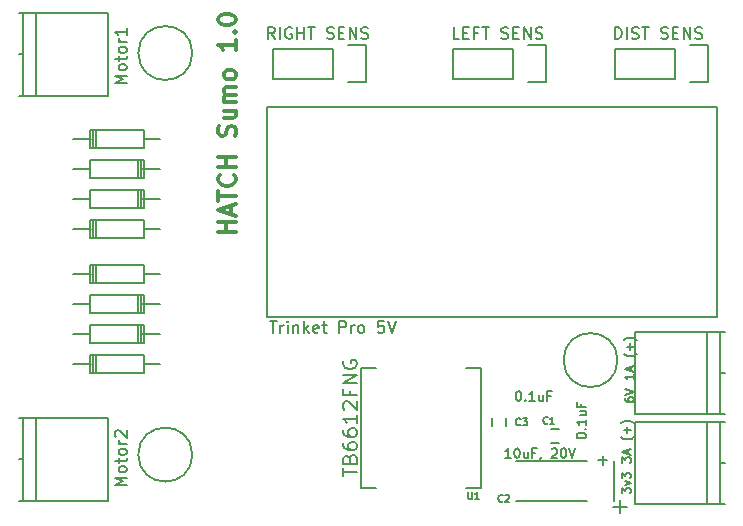
<source format=gbr>
G04 #@! TF.FileFunction,Legend,Top*
%FSLAX46Y46*%
G04 Gerber Fmt 4.6, Leading zero omitted, Abs format (unit mm)*
G04 Created by KiCad (PCBNEW 4.0.2-stable) date Friday, July 22, 2016 'AMt' 10:22:11 AM*
%MOMM*%
G01*
G04 APERTURE LIST*
%ADD10C,0.100000*%
%ADD11C,0.187500*%
%ADD12C,0.300000*%
%ADD13C,0.150000*%
G04 APERTURE END LIST*
D10*
D11*
X178913286Y-117200857D02*
X178913286Y-117343714D01*
X178949000Y-117415143D01*
X178984714Y-117450857D01*
X179091857Y-117522286D01*
X179234714Y-117558000D01*
X179520429Y-117558000D01*
X179591857Y-117522286D01*
X179627571Y-117486571D01*
X179663286Y-117415143D01*
X179663286Y-117272286D01*
X179627571Y-117200857D01*
X179591857Y-117165143D01*
X179520429Y-117129428D01*
X179341857Y-117129428D01*
X179270429Y-117165143D01*
X179234714Y-117200857D01*
X179199000Y-117272286D01*
X179199000Y-117415143D01*
X179234714Y-117486571D01*
X179270429Y-117522286D01*
X179341857Y-117558000D01*
X178913286Y-116915142D02*
X179663286Y-116665142D01*
X178913286Y-116415142D01*
X179663286Y-115200856D02*
X179663286Y-115629428D01*
X179663286Y-115415142D02*
X178913286Y-115415142D01*
X179020429Y-115486571D01*
X179091857Y-115557999D01*
X179127571Y-115629428D01*
X179449000Y-114915142D02*
X179449000Y-114557999D01*
X179663286Y-114986570D02*
X178913286Y-114736570D01*
X179663286Y-114486570D01*
X179949000Y-113450856D02*
X179913286Y-113486570D01*
X179806143Y-113557999D01*
X179734714Y-113593713D01*
X179627571Y-113629427D01*
X179449000Y-113665142D01*
X179306143Y-113665142D01*
X179127571Y-113629427D01*
X179020429Y-113593713D01*
X178949000Y-113557999D01*
X178841857Y-113486570D01*
X178806143Y-113450856D01*
X179377571Y-113165142D02*
X179377571Y-112593713D01*
X179663286Y-112879427D02*
X179091857Y-112879427D01*
X179949000Y-112307999D02*
X179913286Y-112272285D01*
X179806143Y-112200856D01*
X179734714Y-112165142D01*
X179627571Y-112129428D01*
X179449000Y-112093713D01*
X179306143Y-112093713D01*
X179127571Y-112129428D01*
X179020429Y-112165142D01*
X178949000Y-112200856D01*
X178841857Y-112272285D01*
X178806143Y-112307999D01*
X178659286Y-125281143D02*
X178659286Y-124816857D01*
X178945000Y-125066857D01*
X178945000Y-124959715D01*
X178980714Y-124888286D01*
X179016429Y-124852572D01*
X179087857Y-124816857D01*
X179266429Y-124816857D01*
X179337857Y-124852572D01*
X179373571Y-124888286D01*
X179409286Y-124959715D01*
X179409286Y-125174000D01*
X179373571Y-125245429D01*
X179337857Y-125281143D01*
X178909286Y-124566857D02*
X179409286Y-124388286D01*
X178909286Y-124209714D01*
X178659286Y-123995428D02*
X178659286Y-123531142D01*
X178945000Y-123781142D01*
X178945000Y-123674000D01*
X178980714Y-123602571D01*
X179016429Y-123566857D01*
X179087857Y-123531142D01*
X179266429Y-123531142D01*
X179337857Y-123566857D01*
X179373571Y-123602571D01*
X179409286Y-123674000D01*
X179409286Y-123888285D01*
X179373571Y-123959714D01*
X179337857Y-123995428D01*
X178659286Y-122709713D02*
X178659286Y-122245427D01*
X178945000Y-122495427D01*
X178945000Y-122388285D01*
X178980714Y-122316856D01*
X179016429Y-122281142D01*
X179087857Y-122245427D01*
X179266429Y-122245427D01*
X179337857Y-122281142D01*
X179373571Y-122316856D01*
X179409286Y-122388285D01*
X179409286Y-122602570D01*
X179373571Y-122673999D01*
X179337857Y-122709713D01*
X179195000Y-121959713D02*
X179195000Y-121602570D01*
X179409286Y-122031141D02*
X178659286Y-121781141D01*
X179409286Y-121531141D01*
X179695000Y-120495427D02*
X179659286Y-120531141D01*
X179552143Y-120602570D01*
X179480714Y-120638284D01*
X179373571Y-120673998D01*
X179195000Y-120709713D01*
X179052143Y-120709713D01*
X178873571Y-120673998D01*
X178766429Y-120638284D01*
X178695000Y-120602570D01*
X178587857Y-120531141D01*
X178552143Y-120495427D01*
X179123571Y-120209713D02*
X179123571Y-119638284D01*
X179409286Y-119923998D02*
X178837857Y-119923998D01*
X179695000Y-119352570D02*
X179659286Y-119316856D01*
X179552143Y-119245427D01*
X179480714Y-119209713D01*
X179373571Y-119173999D01*
X179195000Y-119138284D01*
X179052143Y-119138284D01*
X178873571Y-119173999D01*
X178766429Y-119209713D01*
X178695000Y-119245427D01*
X178587857Y-119316856D01*
X178552143Y-119352570D01*
D12*
X145966571Y-103158571D02*
X144466571Y-103158571D01*
X145180857Y-103158571D02*
X145180857Y-102301428D01*
X145966571Y-102301428D02*
X144466571Y-102301428D01*
X145538000Y-101658571D02*
X145538000Y-100944285D01*
X145966571Y-101801428D02*
X144466571Y-101301428D01*
X145966571Y-100801428D01*
X144466571Y-100515714D02*
X144466571Y-99658571D01*
X145966571Y-100087142D02*
X144466571Y-100087142D01*
X145823714Y-98301428D02*
X145895143Y-98372857D01*
X145966571Y-98587143D01*
X145966571Y-98730000D01*
X145895143Y-98944285D01*
X145752286Y-99087143D01*
X145609429Y-99158571D01*
X145323714Y-99230000D01*
X145109429Y-99230000D01*
X144823714Y-99158571D01*
X144680857Y-99087143D01*
X144538000Y-98944285D01*
X144466571Y-98730000D01*
X144466571Y-98587143D01*
X144538000Y-98372857D01*
X144609429Y-98301428D01*
X145966571Y-97658571D02*
X144466571Y-97658571D01*
X145180857Y-97658571D02*
X145180857Y-96801428D01*
X145966571Y-96801428D02*
X144466571Y-96801428D01*
X145895143Y-95015714D02*
X145966571Y-94801428D01*
X145966571Y-94444285D01*
X145895143Y-94301428D01*
X145823714Y-94229999D01*
X145680857Y-94158571D01*
X145538000Y-94158571D01*
X145395143Y-94229999D01*
X145323714Y-94301428D01*
X145252286Y-94444285D01*
X145180857Y-94729999D01*
X145109429Y-94872857D01*
X145038000Y-94944285D01*
X144895143Y-95015714D01*
X144752286Y-95015714D01*
X144609429Y-94944285D01*
X144538000Y-94872857D01*
X144466571Y-94729999D01*
X144466571Y-94372857D01*
X144538000Y-94158571D01*
X144966571Y-92872857D02*
X145966571Y-92872857D01*
X144966571Y-93515714D02*
X145752286Y-93515714D01*
X145895143Y-93444286D01*
X145966571Y-93301428D01*
X145966571Y-93087143D01*
X145895143Y-92944286D01*
X145823714Y-92872857D01*
X145966571Y-92158571D02*
X144966571Y-92158571D01*
X145109429Y-92158571D02*
X145038000Y-92087143D01*
X144966571Y-91944285D01*
X144966571Y-91730000D01*
X145038000Y-91587143D01*
X145180857Y-91515714D01*
X145966571Y-91515714D01*
X145180857Y-91515714D02*
X145038000Y-91444285D01*
X144966571Y-91301428D01*
X144966571Y-91087143D01*
X145038000Y-90944285D01*
X145180857Y-90872857D01*
X145966571Y-90872857D01*
X145966571Y-89944285D02*
X145895143Y-90087143D01*
X145823714Y-90158571D01*
X145680857Y-90230000D01*
X145252286Y-90230000D01*
X145109429Y-90158571D01*
X145038000Y-90087143D01*
X144966571Y-89944285D01*
X144966571Y-89730000D01*
X145038000Y-89587143D01*
X145109429Y-89515714D01*
X145252286Y-89444285D01*
X145680857Y-89444285D01*
X145823714Y-89515714D01*
X145895143Y-89587143D01*
X145966571Y-89730000D01*
X145966571Y-89944285D01*
X145966571Y-86872857D02*
X145966571Y-87730000D01*
X145966571Y-87301428D02*
X144466571Y-87301428D01*
X144680857Y-87444285D01*
X144823714Y-87587143D01*
X144895143Y-87730000D01*
X145823714Y-86230000D02*
X145895143Y-86158572D01*
X145966571Y-86230000D01*
X145895143Y-86301429D01*
X145823714Y-86230000D01*
X145966571Y-86230000D01*
X144466571Y-85230000D02*
X144466571Y-85087143D01*
X144538000Y-84944286D01*
X144609429Y-84872857D01*
X144752286Y-84801428D01*
X145038000Y-84730000D01*
X145395143Y-84730000D01*
X145680857Y-84801428D01*
X145823714Y-84872857D01*
X145895143Y-84944286D01*
X145966571Y-85087143D01*
X145966571Y-85230000D01*
X145895143Y-85372857D01*
X145823714Y-85444286D01*
X145680857Y-85515714D01*
X145395143Y-85587143D01*
X145038000Y-85587143D01*
X144752286Y-85515714D01*
X144609429Y-85444286D01*
X144538000Y-85372857D01*
X144466571Y-85230000D01*
D13*
X142286000Y-122000000D02*
G75*
G03X142286000Y-122000000I-2286000J0D01*
G01*
X178286000Y-114000000D02*
G75*
G03X178286000Y-114000000I-2286000J0D01*
G01*
X186690000Y-92583000D02*
X186690000Y-110363000D01*
X186690000Y-110363000D02*
X148590000Y-110363000D01*
X148590000Y-110363000D02*
X148590000Y-92583000D01*
X148590000Y-92583000D02*
X186690000Y-92583000D01*
X165481000Y-124841000D02*
X166751000Y-124841000D01*
X166751000Y-124841000D02*
X166751000Y-114681000D01*
X166751000Y-114681000D02*
X166751000Y-124841000D01*
X166751000Y-114681000D02*
X165481000Y-114681000D01*
X165481000Y-114681000D02*
X166751000Y-114681000D01*
X157861000Y-114681000D02*
X156591000Y-114681000D01*
X157861000Y-124841000D02*
X156591000Y-124841000D01*
X156591000Y-114681000D02*
X156591000Y-124841000D01*
X156591000Y-124841000D02*
X156591000Y-114681000D01*
X156591000Y-114681000D02*
X156591000Y-124841000D01*
X156591000Y-124841000D02*
X156591000Y-114681000D01*
X156591000Y-114681000D02*
X156591000Y-124841000D01*
X157861000Y-114681000D02*
X156591000Y-114681000D01*
X156591000Y-114681000D02*
X156591000Y-124841000D01*
X156591000Y-124841000D02*
X156591000Y-114681000D01*
X173324000Y-120996000D02*
X172624000Y-120996000D01*
X172624000Y-119796000D02*
X173324000Y-119796000D01*
X177970180Y-125905260D02*
X177970180Y-122506740D01*
X169720260Y-122506740D02*
X175719740Y-122506740D01*
X169720260Y-125905260D02*
X175719740Y-125905260D01*
X178473100Y-126908560D02*
X178473100Y-125808740D01*
X179072540Y-126408180D02*
X177873660Y-126408180D01*
X168875000Y-118903000D02*
X168875000Y-119603000D01*
X167675000Y-119603000D02*
X167675000Y-118903000D01*
X138176520Y-95247460D02*
X139573520Y-95247460D01*
X133731520Y-95247460D02*
X132207520Y-95247460D01*
X134112520Y-94485460D02*
X134112520Y-96009460D01*
X133858520Y-94485460D02*
X133858520Y-96009460D01*
X133604520Y-95247460D02*
X133604520Y-96009460D01*
X133604520Y-96009460D02*
X138176520Y-96009460D01*
X138176520Y-96009460D02*
X138176520Y-94485460D01*
X138176520Y-94485460D02*
X133604520Y-94485460D01*
X133604520Y-94485460D02*
X133604520Y-95247460D01*
X133603480Y-97792540D02*
X132206480Y-97792540D01*
X138048480Y-97792540D02*
X139572480Y-97792540D01*
X137667480Y-98554540D02*
X137667480Y-97030540D01*
X137921480Y-98554540D02*
X137921480Y-97030540D01*
X138175480Y-97792540D02*
X138175480Y-97030540D01*
X138175480Y-97030540D02*
X133603480Y-97030540D01*
X133603480Y-97030540D02*
X133603480Y-98554540D01*
X133603480Y-98554540D02*
X138175480Y-98554540D01*
X138175480Y-98554540D02*
X138175480Y-97792540D01*
X138176520Y-102867460D02*
X139573520Y-102867460D01*
X133731520Y-102867460D02*
X132207520Y-102867460D01*
X134112520Y-102105460D02*
X134112520Y-103629460D01*
X133858520Y-102105460D02*
X133858520Y-103629460D01*
X133604520Y-102867460D02*
X133604520Y-103629460D01*
X133604520Y-103629460D02*
X138176520Y-103629460D01*
X138176520Y-103629460D02*
X138176520Y-102105460D01*
X138176520Y-102105460D02*
X133604520Y-102105460D01*
X133604520Y-102105460D02*
X133604520Y-102867460D01*
X133603480Y-100332540D02*
X132206480Y-100332540D01*
X138048480Y-100332540D02*
X139572480Y-100332540D01*
X137667480Y-101094540D02*
X137667480Y-99570540D01*
X137921480Y-101094540D02*
X137921480Y-99570540D01*
X138175480Y-100332540D02*
X138175480Y-99570540D01*
X138175480Y-99570540D02*
X133603480Y-99570540D01*
X133603480Y-99570540D02*
X133603480Y-101094540D01*
X133603480Y-101094540D02*
X138175480Y-101094540D01*
X138175480Y-101094540D02*
X138175480Y-100332540D01*
X138176520Y-106677460D02*
X139573520Y-106677460D01*
X133731520Y-106677460D02*
X132207520Y-106677460D01*
X134112520Y-105915460D02*
X134112520Y-107439460D01*
X133858520Y-105915460D02*
X133858520Y-107439460D01*
X133604520Y-106677460D02*
X133604520Y-107439460D01*
X133604520Y-107439460D02*
X138176520Y-107439460D01*
X138176520Y-107439460D02*
X138176520Y-105915460D01*
X138176520Y-105915460D02*
X133604520Y-105915460D01*
X133604520Y-105915460D02*
X133604520Y-106677460D01*
X133603480Y-109222540D02*
X132206480Y-109222540D01*
X138048480Y-109222540D02*
X139572480Y-109222540D01*
X137667480Y-109984540D02*
X137667480Y-108460540D01*
X137921480Y-109984540D02*
X137921480Y-108460540D01*
X138175480Y-109222540D02*
X138175480Y-108460540D01*
X138175480Y-108460540D02*
X133603480Y-108460540D01*
X133603480Y-108460540D02*
X133603480Y-109984540D01*
X133603480Y-109984540D02*
X138175480Y-109984540D01*
X138175480Y-109984540D02*
X138175480Y-109222540D01*
X138176520Y-114297460D02*
X139573520Y-114297460D01*
X133731520Y-114297460D02*
X132207520Y-114297460D01*
X134112520Y-113535460D02*
X134112520Y-115059460D01*
X133858520Y-113535460D02*
X133858520Y-115059460D01*
X133604520Y-114297460D02*
X133604520Y-115059460D01*
X133604520Y-115059460D02*
X138176520Y-115059460D01*
X138176520Y-115059460D02*
X138176520Y-113535460D01*
X138176520Y-113535460D02*
X133604520Y-113535460D01*
X133604520Y-113535460D02*
X133604520Y-114297460D01*
X133603480Y-111762540D02*
X132206480Y-111762540D01*
X138048480Y-111762540D02*
X139572480Y-111762540D01*
X137667480Y-112524540D02*
X137667480Y-111000540D01*
X137921480Y-112524540D02*
X137921480Y-111000540D01*
X138175480Y-111762540D02*
X138175480Y-111000540D01*
X138175480Y-111000540D02*
X133603480Y-111000540D01*
X133603480Y-111000540D02*
X133603480Y-112524540D01*
X133603480Y-112524540D02*
X138175480Y-112524540D01*
X138175480Y-112524540D02*
X138175480Y-111762540D01*
X183134000Y-87630000D02*
X178054000Y-87630000D01*
X178054000Y-87630000D02*
X178054000Y-90170000D01*
X178054000Y-90170000D02*
X183134000Y-90170000D01*
X185954000Y-90450000D02*
X184404000Y-90450000D01*
X183134000Y-90170000D02*
X183134000Y-87630000D01*
X184404000Y-87350000D02*
X185954000Y-87350000D01*
X185954000Y-87350000D02*
X185954000Y-90450000D01*
X169418000Y-87630000D02*
X164338000Y-87630000D01*
X164338000Y-87630000D02*
X164338000Y-90170000D01*
X164338000Y-90170000D02*
X169418000Y-90170000D01*
X172238000Y-90450000D02*
X170688000Y-90450000D01*
X169418000Y-90170000D02*
X169418000Y-87630000D01*
X170688000Y-87350000D02*
X172238000Y-87350000D01*
X172238000Y-87350000D02*
X172238000Y-90450000D01*
X154178000Y-87630000D02*
X149098000Y-87630000D01*
X149098000Y-87630000D02*
X149098000Y-90170000D01*
X149098000Y-90170000D02*
X154178000Y-90170000D01*
X156998000Y-90450000D02*
X155448000Y-90450000D01*
X154178000Y-90170000D02*
X154178000Y-87630000D01*
X155448000Y-87350000D02*
X156998000Y-87350000D01*
X156998000Y-87350000D02*
X156998000Y-90450000D01*
X186980000Y-115090000D02*
X187380000Y-115090000D01*
X185880000Y-118590000D02*
X185880000Y-111590000D01*
X186980000Y-118590000D02*
X186980000Y-111590000D01*
X179780000Y-118590000D02*
X187380000Y-118590000D01*
X187380000Y-111590000D02*
X179780000Y-111590000D01*
X179780000Y-111590000D02*
X179780000Y-118590000D01*
X186980000Y-122710000D02*
X187380000Y-122710000D01*
X185880000Y-126210000D02*
X185880000Y-119210000D01*
X186980000Y-126210000D02*
X186980000Y-119210000D01*
X179780000Y-126210000D02*
X187380000Y-126210000D01*
X187380000Y-119210000D02*
X179780000Y-119210000D01*
X179780000Y-119210000D02*
X179780000Y-126210000D01*
X127980000Y-88110000D02*
X127580000Y-88110000D01*
X129080000Y-84610000D02*
X129080000Y-91610000D01*
X127980000Y-84610000D02*
X127980000Y-91610000D01*
X135180000Y-84610000D02*
X127580000Y-84610000D01*
X127580000Y-91610000D02*
X135180000Y-91610000D01*
X135180000Y-91610000D02*
X135180000Y-84610000D01*
X127980000Y-122400000D02*
X127580000Y-122400000D01*
X129080000Y-118900000D02*
X129080000Y-125900000D01*
X127980000Y-118900000D02*
X127980000Y-125900000D01*
X135180000Y-118900000D02*
X127580000Y-118900000D01*
X127580000Y-125900000D02*
X135180000Y-125900000D01*
X135180000Y-125900000D02*
X135180000Y-118900000D01*
X142286000Y-88000000D02*
G75*
G03X142286000Y-88000000I-2286000J0D01*
G01*
X148844666Y-110704381D02*
X149416095Y-110704381D01*
X149130380Y-111704381D02*
X149130380Y-110704381D01*
X149749428Y-111704381D02*
X149749428Y-111037714D01*
X149749428Y-111228190D02*
X149797047Y-111132952D01*
X149844666Y-111085333D01*
X149939904Y-111037714D01*
X150035143Y-111037714D01*
X150368476Y-111704381D02*
X150368476Y-111037714D01*
X150368476Y-110704381D02*
X150320857Y-110752000D01*
X150368476Y-110799619D01*
X150416095Y-110752000D01*
X150368476Y-110704381D01*
X150368476Y-110799619D01*
X150844666Y-111037714D02*
X150844666Y-111704381D01*
X150844666Y-111132952D02*
X150892285Y-111085333D01*
X150987523Y-111037714D01*
X151130381Y-111037714D01*
X151225619Y-111085333D01*
X151273238Y-111180571D01*
X151273238Y-111704381D01*
X151749428Y-111704381D02*
X151749428Y-110704381D01*
X151844666Y-111323429D02*
X152130381Y-111704381D01*
X152130381Y-111037714D02*
X151749428Y-111418667D01*
X152939905Y-111656762D02*
X152844667Y-111704381D01*
X152654190Y-111704381D01*
X152558952Y-111656762D01*
X152511333Y-111561524D01*
X152511333Y-111180571D01*
X152558952Y-111085333D01*
X152654190Y-111037714D01*
X152844667Y-111037714D01*
X152939905Y-111085333D01*
X152987524Y-111180571D01*
X152987524Y-111275810D01*
X152511333Y-111371048D01*
X153273238Y-111037714D02*
X153654190Y-111037714D01*
X153416095Y-110704381D02*
X153416095Y-111561524D01*
X153463714Y-111656762D01*
X153558952Y-111704381D01*
X153654190Y-111704381D01*
X154749429Y-111704381D02*
X154749429Y-110704381D01*
X155130382Y-110704381D01*
X155225620Y-110752000D01*
X155273239Y-110799619D01*
X155320858Y-110894857D01*
X155320858Y-111037714D01*
X155273239Y-111132952D01*
X155225620Y-111180571D01*
X155130382Y-111228190D01*
X154749429Y-111228190D01*
X155749429Y-111704381D02*
X155749429Y-111037714D01*
X155749429Y-111228190D02*
X155797048Y-111132952D01*
X155844667Y-111085333D01*
X155939905Y-111037714D01*
X156035144Y-111037714D01*
X156511334Y-111704381D02*
X156416096Y-111656762D01*
X156368477Y-111609143D01*
X156320858Y-111513905D01*
X156320858Y-111228190D01*
X156368477Y-111132952D01*
X156416096Y-111085333D01*
X156511334Y-111037714D01*
X156654192Y-111037714D01*
X156749430Y-111085333D01*
X156797049Y-111132952D01*
X156844668Y-111228190D01*
X156844668Y-111513905D01*
X156797049Y-111609143D01*
X156749430Y-111656762D01*
X156654192Y-111704381D01*
X156511334Y-111704381D01*
X158511335Y-110704381D02*
X158035144Y-110704381D01*
X157987525Y-111180571D01*
X158035144Y-111132952D01*
X158130382Y-111085333D01*
X158368478Y-111085333D01*
X158463716Y-111132952D01*
X158511335Y-111180571D01*
X158558954Y-111275810D01*
X158558954Y-111513905D01*
X158511335Y-111609143D01*
X158463716Y-111656762D01*
X158368478Y-111704381D01*
X158130382Y-111704381D01*
X158035144Y-111656762D01*
X157987525Y-111609143D01*
X158844668Y-110704381D02*
X159178001Y-111704381D01*
X159511335Y-110704381D01*
X165658857Y-125147429D02*
X165658857Y-125633143D01*
X165687429Y-125690286D01*
X165716000Y-125718857D01*
X165773143Y-125747429D01*
X165887429Y-125747429D01*
X165944571Y-125718857D01*
X165973143Y-125690286D01*
X166001714Y-125633143D01*
X166001714Y-125147429D01*
X166601714Y-125747429D02*
X166258857Y-125747429D01*
X166430285Y-125747429D02*
X166430285Y-125147429D01*
X166373142Y-125233143D01*
X166316000Y-125290286D01*
X166258857Y-125318857D01*
X155044857Y-123843428D02*
X155044857Y-123157714D01*
X156244857Y-123500571D02*
X155044857Y-123500571D01*
X155616286Y-122357714D02*
X155673429Y-122186285D01*
X155730571Y-122129142D01*
X155844857Y-122071999D01*
X156016286Y-122071999D01*
X156130571Y-122129142D01*
X156187714Y-122186285D01*
X156244857Y-122300571D01*
X156244857Y-122757714D01*
X155044857Y-122757714D01*
X155044857Y-122357714D01*
X155102000Y-122243428D01*
X155159143Y-122186285D01*
X155273429Y-122129142D01*
X155387714Y-122129142D01*
X155502000Y-122186285D01*
X155559143Y-122243428D01*
X155616286Y-122357714D01*
X155616286Y-122757714D01*
X155044857Y-121043428D02*
X155044857Y-121271999D01*
X155102000Y-121386285D01*
X155159143Y-121443428D01*
X155330571Y-121557714D01*
X155559143Y-121614857D01*
X156016286Y-121614857D01*
X156130571Y-121557714D01*
X156187714Y-121500571D01*
X156244857Y-121386285D01*
X156244857Y-121157714D01*
X156187714Y-121043428D01*
X156130571Y-120986285D01*
X156016286Y-120929142D01*
X155730571Y-120929142D01*
X155616286Y-120986285D01*
X155559143Y-121043428D01*
X155502000Y-121157714D01*
X155502000Y-121386285D01*
X155559143Y-121500571D01*
X155616286Y-121557714D01*
X155730571Y-121614857D01*
X155044857Y-119900571D02*
X155044857Y-120129142D01*
X155102000Y-120243428D01*
X155159143Y-120300571D01*
X155330571Y-120414857D01*
X155559143Y-120472000D01*
X156016286Y-120472000D01*
X156130571Y-120414857D01*
X156187714Y-120357714D01*
X156244857Y-120243428D01*
X156244857Y-120014857D01*
X156187714Y-119900571D01*
X156130571Y-119843428D01*
X156016286Y-119786285D01*
X155730571Y-119786285D01*
X155616286Y-119843428D01*
X155559143Y-119900571D01*
X155502000Y-120014857D01*
X155502000Y-120243428D01*
X155559143Y-120357714D01*
X155616286Y-120414857D01*
X155730571Y-120472000D01*
X156244857Y-118643428D02*
X156244857Y-119329143D01*
X156244857Y-118986285D02*
X155044857Y-118986285D01*
X155216286Y-119100571D01*
X155330571Y-119214857D01*
X155387714Y-119329143D01*
X155159143Y-118186286D02*
X155102000Y-118129143D01*
X155044857Y-118014857D01*
X155044857Y-117729143D01*
X155102000Y-117614857D01*
X155159143Y-117557714D01*
X155273429Y-117500571D01*
X155387714Y-117500571D01*
X155559143Y-117557714D01*
X156244857Y-118243428D01*
X156244857Y-117500571D01*
X155616286Y-116586286D02*
X155616286Y-116986286D01*
X156244857Y-116986286D02*
X155044857Y-116986286D01*
X155044857Y-116414857D01*
X156244857Y-115957715D02*
X155044857Y-115957715D01*
X156244857Y-115272000D01*
X155044857Y-115272000D01*
X155102000Y-114072000D02*
X155044857Y-114186286D01*
X155044857Y-114357715D01*
X155102000Y-114529143D01*
X155216286Y-114643429D01*
X155330571Y-114700572D01*
X155559143Y-114757715D01*
X155730571Y-114757715D01*
X155959143Y-114700572D01*
X156073429Y-114643429D01*
X156187714Y-114529143D01*
X156244857Y-114357715D01*
X156244857Y-114243429D01*
X156187714Y-114072000D01*
X156130571Y-114014857D01*
X155730571Y-114014857D01*
X155730571Y-114243429D01*
X172366000Y-119340286D02*
X172337429Y-119368857D01*
X172251715Y-119397429D01*
X172194572Y-119397429D01*
X172108857Y-119368857D01*
X172051715Y-119311714D01*
X172023143Y-119254571D01*
X171994572Y-119140286D01*
X171994572Y-119054571D01*
X172023143Y-118940286D01*
X172051715Y-118883143D01*
X172108857Y-118826000D01*
X172194572Y-118797429D01*
X172251715Y-118797429D01*
X172337429Y-118826000D01*
X172366000Y-118854571D01*
X172937429Y-119397429D02*
X172594572Y-119397429D01*
X172766000Y-119397429D02*
X172766000Y-118797429D01*
X172708857Y-118883143D01*
X172651715Y-118940286D01*
X172594572Y-118968857D01*
X174821905Y-120440286D02*
X174821905Y-120364095D01*
X174860000Y-120287905D01*
X174898095Y-120249810D01*
X174974286Y-120211714D01*
X175126667Y-120173619D01*
X175317143Y-120173619D01*
X175469524Y-120211714D01*
X175545714Y-120249810D01*
X175583810Y-120287905D01*
X175621905Y-120364095D01*
X175621905Y-120440286D01*
X175583810Y-120516476D01*
X175545714Y-120554572D01*
X175469524Y-120592667D01*
X175317143Y-120630762D01*
X175126667Y-120630762D01*
X174974286Y-120592667D01*
X174898095Y-120554572D01*
X174860000Y-120516476D01*
X174821905Y-120440286D01*
X175545714Y-119830762D02*
X175583810Y-119792667D01*
X175621905Y-119830762D01*
X175583810Y-119868857D01*
X175545714Y-119830762D01*
X175621905Y-119830762D01*
X175621905Y-119030762D02*
X175621905Y-119487905D01*
X175621905Y-119259334D02*
X174821905Y-119259334D01*
X174936190Y-119335524D01*
X175012381Y-119411715D01*
X175050476Y-119487905D01*
X175088571Y-118345048D02*
X175621905Y-118345048D01*
X175088571Y-118687905D02*
X175507619Y-118687905D01*
X175583810Y-118649810D01*
X175621905Y-118573619D01*
X175621905Y-118459333D01*
X175583810Y-118383143D01*
X175545714Y-118345048D01*
X175202857Y-117697428D02*
X175202857Y-117964095D01*
X175621905Y-117964095D02*
X174821905Y-117964095D01*
X174821905Y-117583142D01*
X168556000Y-125944286D02*
X168527429Y-125972857D01*
X168441715Y-126001429D01*
X168384572Y-126001429D01*
X168298857Y-125972857D01*
X168241715Y-125915714D01*
X168213143Y-125858571D01*
X168184572Y-125744286D01*
X168184572Y-125658571D01*
X168213143Y-125544286D01*
X168241715Y-125487143D01*
X168298857Y-125430000D01*
X168384572Y-125401429D01*
X168441715Y-125401429D01*
X168527429Y-125430000D01*
X168556000Y-125458571D01*
X168784572Y-125458571D02*
X168813143Y-125430000D01*
X168870286Y-125401429D01*
X169013143Y-125401429D01*
X169070286Y-125430000D01*
X169098857Y-125458571D01*
X169127429Y-125515714D01*
X169127429Y-125572857D01*
X169098857Y-125658571D01*
X168756000Y-126001429D01*
X169127429Y-126001429D01*
X169246857Y-122281905D02*
X168789714Y-122281905D01*
X169018285Y-122281905D02*
X169018285Y-121481905D01*
X168942095Y-121596190D01*
X168865904Y-121672381D01*
X168789714Y-121710476D01*
X169742095Y-121481905D02*
X169818286Y-121481905D01*
X169894476Y-121520000D01*
X169932571Y-121558095D01*
X169970667Y-121634286D01*
X170008762Y-121786667D01*
X170008762Y-121977143D01*
X169970667Y-122129524D01*
X169932571Y-122205714D01*
X169894476Y-122243810D01*
X169818286Y-122281905D01*
X169742095Y-122281905D01*
X169665905Y-122243810D01*
X169627809Y-122205714D01*
X169589714Y-122129524D01*
X169551619Y-121977143D01*
X169551619Y-121786667D01*
X169589714Y-121634286D01*
X169627809Y-121558095D01*
X169665905Y-121520000D01*
X169742095Y-121481905D01*
X170694476Y-121748571D02*
X170694476Y-122281905D01*
X170351619Y-121748571D02*
X170351619Y-122167619D01*
X170389714Y-122243810D01*
X170465905Y-122281905D01*
X170580191Y-122281905D01*
X170656381Y-122243810D01*
X170694476Y-122205714D01*
X171342096Y-121862857D02*
X171075429Y-121862857D01*
X171075429Y-122281905D02*
X171075429Y-121481905D01*
X171456382Y-121481905D01*
X171799238Y-122243810D02*
X171799238Y-122281905D01*
X171761143Y-122358095D01*
X171723048Y-122396190D01*
X172713524Y-121558095D02*
X172751619Y-121520000D01*
X172827810Y-121481905D01*
X173018286Y-121481905D01*
X173094476Y-121520000D01*
X173132572Y-121558095D01*
X173170667Y-121634286D01*
X173170667Y-121710476D01*
X173132572Y-121824762D01*
X172675429Y-122281905D01*
X173170667Y-122281905D01*
X173665905Y-121481905D02*
X173742096Y-121481905D01*
X173818286Y-121520000D01*
X173856381Y-121558095D01*
X173894477Y-121634286D01*
X173932572Y-121786667D01*
X173932572Y-121977143D01*
X173894477Y-122129524D01*
X173856381Y-122205714D01*
X173818286Y-122243810D01*
X173742096Y-122281905D01*
X173665905Y-122281905D01*
X173589715Y-122243810D01*
X173551619Y-122205714D01*
X173513524Y-122129524D01*
X173475429Y-121977143D01*
X173475429Y-121786667D01*
X173513524Y-121634286D01*
X173551619Y-121558095D01*
X173589715Y-121520000D01*
X173665905Y-121481905D01*
X174161143Y-121481905D02*
X174427810Y-122281905D01*
X174694477Y-121481905D01*
X176657048Y-122499429D02*
X177418953Y-122499429D01*
X177038001Y-122880381D02*
X177038001Y-122118476D01*
X170075000Y-119467286D02*
X170046429Y-119495857D01*
X169960715Y-119524429D01*
X169903572Y-119524429D01*
X169817857Y-119495857D01*
X169760715Y-119438714D01*
X169732143Y-119381571D01*
X169703572Y-119267286D01*
X169703572Y-119181571D01*
X169732143Y-119067286D01*
X169760715Y-119010143D01*
X169817857Y-118953000D01*
X169903572Y-118924429D01*
X169960715Y-118924429D01*
X170046429Y-118953000D01*
X170075000Y-118981571D01*
X170275000Y-118924429D02*
X170646429Y-118924429D01*
X170446429Y-119153000D01*
X170532143Y-119153000D01*
X170589286Y-119181571D01*
X170617857Y-119210143D01*
X170646429Y-119267286D01*
X170646429Y-119410143D01*
X170617857Y-119467286D01*
X170589286Y-119495857D01*
X170532143Y-119524429D01*
X170360715Y-119524429D01*
X170303572Y-119495857D01*
X170275000Y-119467286D01*
X169881714Y-116655905D02*
X169957905Y-116655905D01*
X170034095Y-116694000D01*
X170072190Y-116732095D01*
X170110286Y-116808286D01*
X170148381Y-116960667D01*
X170148381Y-117151143D01*
X170110286Y-117303524D01*
X170072190Y-117379714D01*
X170034095Y-117417810D01*
X169957905Y-117455905D01*
X169881714Y-117455905D01*
X169805524Y-117417810D01*
X169767428Y-117379714D01*
X169729333Y-117303524D01*
X169691238Y-117151143D01*
X169691238Y-116960667D01*
X169729333Y-116808286D01*
X169767428Y-116732095D01*
X169805524Y-116694000D01*
X169881714Y-116655905D01*
X170491238Y-117379714D02*
X170529333Y-117417810D01*
X170491238Y-117455905D01*
X170453143Y-117417810D01*
X170491238Y-117379714D01*
X170491238Y-117455905D01*
X171291238Y-117455905D02*
X170834095Y-117455905D01*
X171062666Y-117455905D02*
X171062666Y-116655905D01*
X170986476Y-116770190D01*
X170910285Y-116846381D01*
X170834095Y-116884476D01*
X171976952Y-116922571D02*
X171976952Y-117455905D01*
X171634095Y-116922571D02*
X171634095Y-117341619D01*
X171672190Y-117417810D01*
X171748381Y-117455905D01*
X171862667Y-117455905D01*
X171938857Y-117417810D01*
X171976952Y-117379714D01*
X172624572Y-117036857D02*
X172357905Y-117036857D01*
X172357905Y-117455905D02*
X172357905Y-116655905D01*
X172738858Y-116655905D01*
X178070333Y-86812381D02*
X178070333Y-85812381D01*
X178308428Y-85812381D01*
X178451286Y-85860000D01*
X178546524Y-85955238D01*
X178594143Y-86050476D01*
X178641762Y-86240952D01*
X178641762Y-86383810D01*
X178594143Y-86574286D01*
X178546524Y-86669524D01*
X178451286Y-86764762D01*
X178308428Y-86812381D01*
X178070333Y-86812381D01*
X179070333Y-86812381D02*
X179070333Y-85812381D01*
X179498904Y-86764762D02*
X179641761Y-86812381D01*
X179879857Y-86812381D01*
X179975095Y-86764762D01*
X180022714Y-86717143D01*
X180070333Y-86621905D01*
X180070333Y-86526667D01*
X180022714Y-86431429D01*
X179975095Y-86383810D01*
X179879857Y-86336190D01*
X179689380Y-86288571D01*
X179594142Y-86240952D01*
X179546523Y-86193333D01*
X179498904Y-86098095D01*
X179498904Y-86002857D01*
X179546523Y-85907619D01*
X179594142Y-85860000D01*
X179689380Y-85812381D01*
X179927476Y-85812381D01*
X180070333Y-85860000D01*
X180356047Y-85812381D02*
X180927476Y-85812381D01*
X180641761Y-86812381D02*
X180641761Y-85812381D01*
X181975095Y-86764762D02*
X182117952Y-86812381D01*
X182356048Y-86812381D01*
X182451286Y-86764762D01*
X182498905Y-86717143D01*
X182546524Y-86621905D01*
X182546524Y-86526667D01*
X182498905Y-86431429D01*
X182451286Y-86383810D01*
X182356048Y-86336190D01*
X182165571Y-86288571D01*
X182070333Y-86240952D01*
X182022714Y-86193333D01*
X181975095Y-86098095D01*
X181975095Y-86002857D01*
X182022714Y-85907619D01*
X182070333Y-85860000D01*
X182165571Y-85812381D01*
X182403667Y-85812381D01*
X182546524Y-85860000D01*
X182975095Y-86288571D02*
X183308429Y-86288571D01*
X183451286Y-86812381D02*
X182975095Y-86812381D01*
X182975095Y-85812381D01*
X183451286Y-85812381D01*
X183879857Y-86812381D02*
X183879857Y-85812381D01*
X184451286Y-86812381D01*
X184451286Y-85812381D01*
X184879857Y-86764762D02*
X185022714Y-86812381D01*
X185260810Y-86812381D01*
X185356048Y-86764762D01*
X185403667Y-86717143D01*
X185451286Y-86621905D01*
X185451286Y-86526667D01*
X185403667Y-86431429D01*
X185356048Y-86383810D01*
X185260810Y-86336190D01*
X185070333Y-86288571D01*
X184975095Y-86240952D01*
X184927476Y-86193333D01*
X184879857Y-86098095D01*
X184879857Y-86002857D01*
X184927476Y-85907619D01*
X184975095Y-85860000D01*
X185070333Y-85812381D01*
X185308429Y-85812381D01*
X185451286Y-85860000D01*
X164886095Y-86812381D02*
X164409904Y-86812381D01*
X164409904Y-85812381D01*
X165219428Y-86288571D02*
X165552762Y-86288571D01*
X165695619Y-86812381D02*
X165219428Y-86812381D01*
X165219428Y-85812381D01*
X165695619Y-85812381D01*
X166457524Y-86288571D02*
X166124190Y-86288571D01*
X166124190Y-86812381D02*
X166124190Y-85812381D01*
X166600381Y-85812381D01*
X166838476Y-85812381D02*
X167409905Y-85812381D01*
X167124190Y-86812381D02*
X167124190Y-85812381D01*
X168457524Y-86764762D02*
X168600381Y-86812381D01*
X168838477Y-86812381D01*
X168933715Y-86764762D01*
X168981334Y-86717143D01*
X169028953Y-86621905D01*
X169028953Y-86526667D01*
X168981334Y-86431429D01*
X168933715Y-86383810D01*
X168838477Y-86336190D01*
X168648000Y-86288571D01*
X168552762Y-86240952D01*
X168505143Y-86193333D01*
X168457524Y-86098095D01*
X168457524Y-86002857D01*
X168505143Y-85907619D01*
X168552762Y-85860000D01*
X168648000Y-85812381D01*
X168886096Y-85812381D01*
X169028953Y-85860000D01*
X169457524Y-86288571D02*
X169790858Y-86288571D01*
X169933715Y-86812381D02*
X169457524Y-86812381D01*
X169457524Y-85812381D01*
X169933715Y-85812381D01*
X170362286Y-86812381D02*
X170362286Y-85812381D01*
X170933715Y-86812381D01*
X170933715Y-85812381D01*
X171362286Y-86764762D02*
X171505143Y-86812381D01*
X171743239Y-86812381D01*
X171838477Y-86764762D01*
X171886096Y-86717143D01*
X171933715Y-86621905D01*
X171933715Y-86526667D01*
X171886096Y-86431429D01*
X171838477Y-86383810D01*
X171743239Y-86336190D01*
X171552762Y-86288571D01*
X171457524Y-86240952D01*
X171409905Y-86193333D01*
X171362286Y-86098095D01*
X171362286Y-86002857D01*
X171409905Y-85907619D01*
X171457524Y-85860000D01*
X171552762Y-85812381D01*
X171790858Y-85812381D01*
X171933715Y-85860000D01*
X149265143Y-86812381D02*
X148931809Y-86336190D01*
X148693714Y-86812381D02*
X148693714Y-85812381D01*
X149074667Y-85812381D01*
X149169905Y-85860000D01*
X149217524Y-85907619D01*
X149265143Y-86002857D01*
X149265143Y-86145714D01*
X149217524Y-86240952D01*
X149169905Y-86288571D01*
X149074667Y-86336190D01*
X148693714Y-86336190D01*
X149693714Y-86812381D02*
X149693714Y-85812381D01*
X150693714Y-85860000D02*
X150598476Y-85812381D01*
X150455619Y-85812381D01*
X150312761Y-85860000D01*
X150217523Y-85955238D01*
X150169904Y-86050476D01*
X150122285Y-86240952D01*
X150122285Y-86383810D01*
X150169904Y-86574286D01*
X150217523Y-86669524D01*
X150312761Y-86764762D01*
X150455619Y-86812381D01*
X150550857Y-86812381D01*
X150693714Y-86764762D01*
X150741333Y-86717143D01*
X150741333Y-86383810D01*
X150550857Y-86383810D01*
X151169904Y-86812381D02*
X151169904Y-85812381D01*
X151169904Y-86288571D02*
X151741333Y-86288571D01*
X151741333Y-86812381D02*
X151741333Y-85812381D01*
X152074666Y-85812381D02*
X152646095Y-85812381D01*
X152360380Y-86812381D02*
X152360380Y-85812381D01*
X153693714Y-86764762D02*
X153836571Y-86812381D01*
X154074667Y-86812381D01*
X154169905Y-86764762D01*
X154217524Y-86717143D01*
X154265143Y-86621905D01*
X154265143Y-86526667D01*
X154217524Y-86431429D01*
X154169905Y-86383810D01*
X154074667Y-86336190D01*
X153884190Y-86288571D01*
X153788952Y-86240952D01*
X153741333Y-86193333D01*
X153693714Y-86098095D01*
X153693714Y-86002857D01*
X153741333Y-85907619D01*
X153788952Y-85860000D01*
X153884190Y-85812381D01*
X154122286Y-85812381D01*
X154265143Y-85860000D01*
X154693714Y-86288571D02*
X155027048Y-86288571D01*
X155169905Y-86812381D02*
X154693714Y-86812381D01*
X154693714Y-85812381D01*
X155169905Y-85812381D01*
X155598476Y-86812381D02*
X155598476Y-85812381D01*
X156169905Y-86812381D01*
X156169905Y-85812381D01*
X156598476Y-86764762D02*
X156741333Y-86812381D01*
X156979429Y-86812381D01*
X157074667Y-86764762D01*
X157122286Y-86717143D01*
X157169905Y-86621905D01*
X157169905Y-86526667D01*
X157122286Y-86431429D01*
X157074667Y-86383810D01*
X156979429Y-86336190D01*
X156788952Y-86288571D01*
X156693714Y-86240952D01*
X156646095Y-86193333D01*
X156598476Y-86098095D01*
X156598476Y-86002857D01*
X156646095Y-85907619D01*
X156693714Y-85860000D01*
X156788952Y-85812381D01*
X157027048Y-85812381D01*
X157169905Y-85860000D01*
X136723381Y-90574524D02*
X135723381Y-90574524D01*
X136437667Y-90241190D01*
X135723381Y-89907857D01*
X136723381Y-89907857D01*
X136723381Y-89288810D02*
X136675762Y-89384048D01*
X136628143Y-89431667D01*
X136532905Y-89479286D01*
X136247190Y-89479286D01*
X136151952Y-89431667D01*
X136104333Y-89384048D01*
X136056714Y-89288810D01*
X136056714Y-89145952D01*
X136104333Y-89050714D01*
X136151952Y-89003095D01*
X136247190Y-88955476D01*
X136532905Y-88955476D01*
X136628143Y-89003095D01*
X136675762Y-89050714D01*
X136723381Y-89145952D01*
X136723381Y-89288810D01*
X136056714Y-88669762D02*
X136056714Y-88288810D01*
X135723381Y-88526905D02*
X136580524Y-88526905D01*
X136675762Y-88479286D01*
X136723381Y-88384048D01*
X136723381Y-88288810D01*
X136723381Y-87812619D02*
X136675762Y-87907857D01*
X136628143Y-87955476D01*
X136532905Y-88003095D01*
X136247190Y-88003095D01*
X136151952Y-87955476D01*
X136104333Y-87907857D01*
X136056714Y-87812619D01*
X136056714Y-87669761D01*
X136104333Y-87574523D01*
X136151952Y-87526904D01*
X136247190Y-87479285D01*
X136532905Y-87479285D01*
X136628143Y-87526904D01*
X136675762Y-87574523D01*
X136723381Y-87669761D01*
X136723381Y-87812619D01*
X136723381Y-87050714D02*
X136056714Y-87050714D01*
X136247190Y-87050714D02*
X136151952Y-87003095D01*
X136104333Y-86955476D01*
X136056714Y-86860238D01*
X136056714Y-86764999D01*
X136723381Y-85907856D02*
X136723381Y-86479285D01*
X136723381Y-86193571D02*
X135723381Y-86193571D01*
X135866238Y-86288809D01*
X135961476Y-86384047D01*
X136009095Y-86479285D01*
X136723381Y-124610524D02*
X135723381Y-124610524D01*
X136437667Y-124277190D01*
X135723381Y-123943857D01*
X136723381Y-123943857D01*
X136723381Y-123324810D02*
X136675762Y-123420048D01*
X136628143Y-123467667D01*
X136532905Y-123515286D01*
X136247190Y-123515286D01*
X136151952Y-123467667D01*
X136104333Y-123420048D01*
X136056714Y-123324810D01*
X136056714Y-123181952D01*
X136104333Y-123086714D01*
X136151952Y-123039095D01*
X136247190Y-122991476D01*
X136532905Y-122991476D01*
X136628143Y-123039095D01*
X136675762Y-123086714D01*
X136723381Y-123181952D01*
X136723381Y-123324810D01*
X136056714Y-122705762D02*
X136056714Y-122324810D01*
X135723381Y-122562905D02*
X136580524Y-122562905D01*
X136675762Y-122515286D01*
X136723381Y-122420048D01*
X136723381Y-122324810D01*
X136723381Y-121848619D02*
X136675762Y-121943857D01*
X136628143Y-121991476D01*
X136532905Y-122039095D01*
X136247190Y-122039095D01*
X136151952Y-121991476D01*
X136104333Y-121943857D01*
X136056714Y-121848619D01*
X136056714Y-121705761D01*
X136104333Y-121610523D01*
X136151952Y-121562904D01*
X136247190Y-121515285D01*
X136532905Y-121515285D01*
X136628143Y-121562904D01*
X136675762Y-121610523D01*
X136723381Y-121705761D01*
X136723381Y-121848619D01*
X136723381Y-121086714D02*
X136056714Y-121086714D01*
X136247190Y-121086714D02*
X136151952Y-121039095D01*
X136104333Y-120991476D01*
X136056714Y-120896238D01*
X136056714Y-120800999D01*
X135818619Y-120515285D02*
X135771000Y-120467666D01*
X135723381Y-120372428D01*
X135723381Y-120134332D01*
X135771000Y-120039094D01*
X135818619Y-119991475D01*
X135913857Y-119943856D01*
X136009095Y-119943856D01*
X136151952Y-119991475D01*
X136723381Y-120562904D01*
X136723381Y-119943856D01*
M02*

</source>
